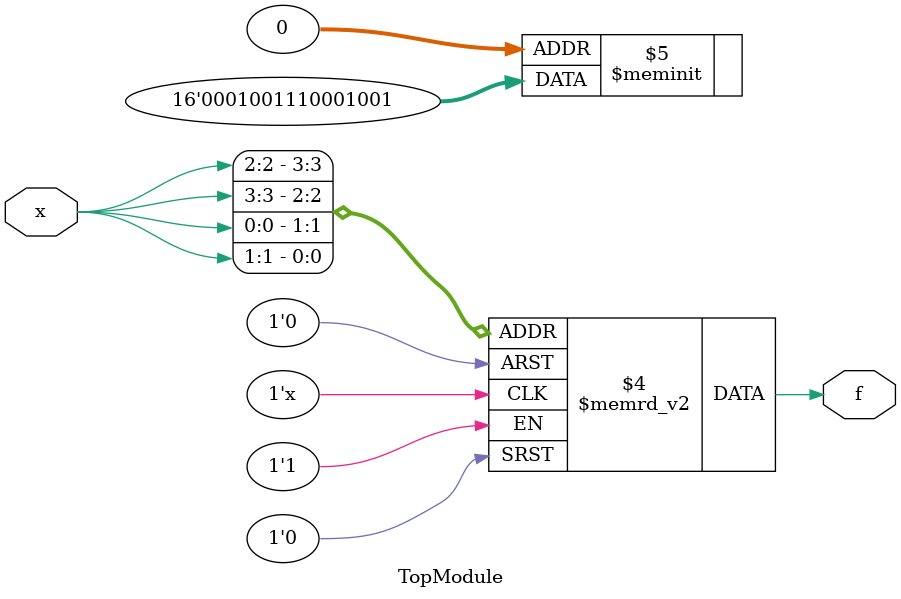
<source format=sv>
module TopModule (
    input logic [3:0] x,
    output logic f
);

always @(*) begin
    case ({x[2], x[3], x[0], x[1]})
        4'b0000: f = 1'b1; // 1
        4'b0001: f = 1'b0; // 0
        4'b0010: f = 1'b0; // 0
        4'b0011: f = 1'b1; // 1
        4'b0100: f = 1'b0; // 0
        4'b0101: f = 1'b0; // 0
        4'b0110: f = 1'b0; // 0
        4'b0111: f = 1'b1; // 1
        4'b1000: f = 1'b1; // 1
        4'b1001: f = 1'b1; // 1
        4'b1010: f = 1'b0; // 0
        4'b1011: f = 1'b0; // 0
        4'b1100: f = 1'b1; // 1
        4'b1101: f = 1'b0; // 0
        4'b1110: f = 1'b0; // 0
        4'b1111: f = 1'b0; // 0
        default: f = 1'b0; // Default case
    endcase
end

endmodule
</source>
